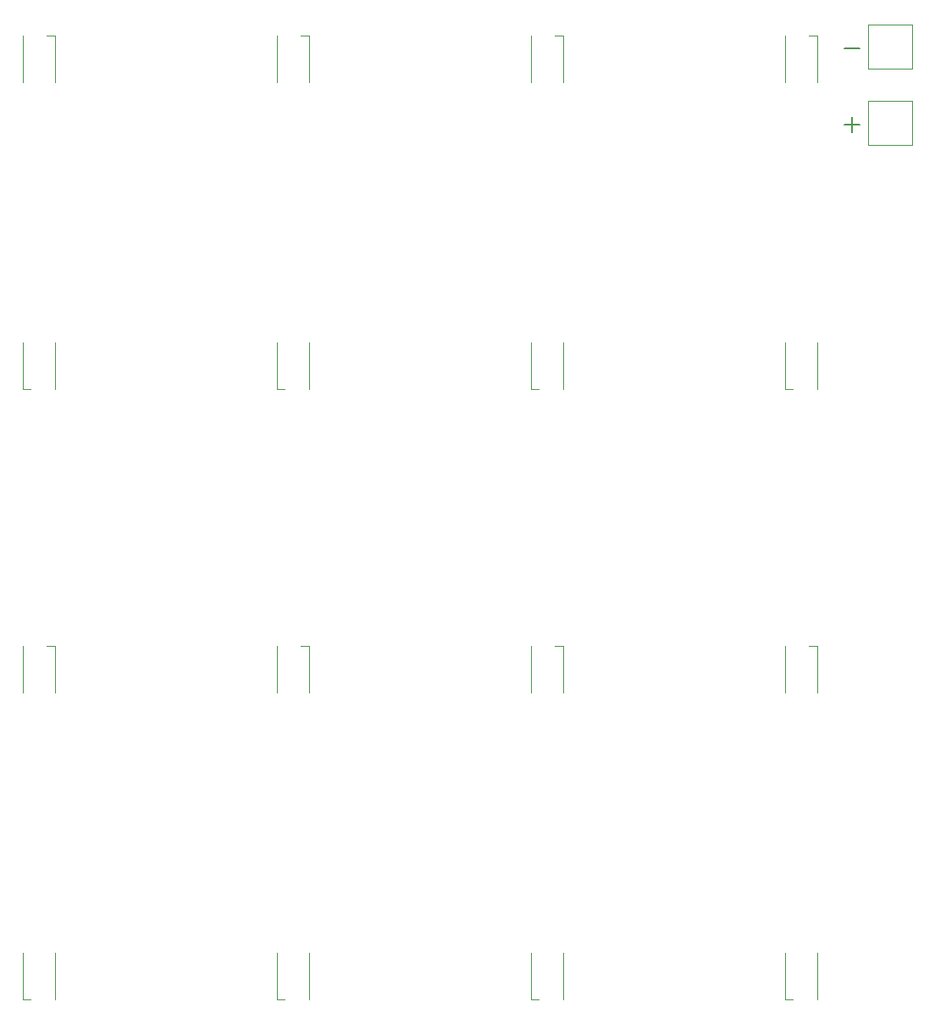
<source format=gbr>
%TF.GenerationSoftware,KiCad,Pcbnew,(5.1.6-0-10_14)*%
%TF.CreationDate,2020-08-23T12:03:37+01:00*%
%TF.ProjectId,UVLedPanel_100mm_100mm,55564c65-6450-4616-9e65-6c5f3130306d,A*%
%TF.SameCoordinates,Original*%
%TF.FileFunction,Legend,Top*%
%TF.FilePolarity,Positive*%
%FSLAX46Y46*%
G04 Gerber Fmt 4.6, Leading zero omitted, Abs format (unit mm)*
G04 Created by KiCad (PCBNEW (5.1.6-0-10_14)) date 2020-08-23 12:03:37*
%MOMM*%
%LPD*%
G01*
G04 APERTURE LIST*
%ADD10C,0.200000*%
%ADD11C,0.120000*%
G04 APERTURE END LIST*
D10*
X196088095Y-61102857D02*
X197611904Y-61102857D01*
X196850000Y-61864761D02*
X196850000Y-60340952D01*
X196088095Y-53482857D02*
X197611904Y-53482857D01*
D11*
%TO.C,D16*%
X113970000Y-148450000D02*
X114770000Y-148450000D01*
X113970000Y-143800000D02*
X113970000Y-148450000D01*
X117170000Y-143800000D02*
X117170000Y-148450000D01*
%TO.C,D15*%
X117170000Y-113170000D02*
X116370000Y-113170000D01*
X117170000Y-117820000D02*
X117170000Y-113170000D01*
X113970000Y-117820000D02*
X113970000Y-113170000D01*
%TO.C,D14*%
X113970000Y-87490000D02*
X114770000Y-87490000D01*
X113970000Y-82840000D02*
X113970000Y-87490000D01*
X117170000Y-82840000D02*
X117170000Y-87490000D01*
%TO.C,D13*%
X117170000Y-52210000D02*
X116370000Y-52210000D01*
X117170000Y-56860000D02*
X117170000Y-52210000D01*
X113970000Y-56860000D02*
X113970000Y-52210000D01*
%TO.C,D12*%
X139370000Y-148450000D02*
X140170000Y-148450000D01*
X139370000Y-143800000D02*
X139370000Y-148450000D01*
X142570000Y-143800000D02*
X142570000Y-148450000D01*
%TO.C,D11*%
X142570000Y-113170000D02*
X141770000Y-113170000D01*
X142570000Y-117820000D02*
X142570000Y-113170000D01*
X139370000Y-117820000D02*
X139370000Y-113170000D01*
%TO.C,D10*%
X139370000Y-87490000D02*
X140170000Y-87490000D01*
X139370000Y-82840000D02*
X139370000Y-87490000D01*
X142570000Y-82840000D02*
X142570000Y-87490000D01*
%TO.C,D9*%
X142570000Y-52210000D02*
X141770000Y-52210000D01*
X142570000Y-56860000D02*
X142570000Y-52210000D01*
X139370000Y-56860000D02*
X139370000Y-52210000D01*
%TO.C,D8*%
X164770000Y-148450000D02*
X165570000Y-148450000D01*
X164770000Y-143800000D02*
X164770000Y-148450000D01*
X167970000Y-143800000D02*
X167970000Y-148450000D01*
%TO.C,D7*%
X167970000Y-113170000D02*
X167170000Y-113170000D01*
X167970000Y-117820000D02*
X167970000Y-113170000D01*
X164770000Y-117820000D02*
X164770000Y-113170000D01*
%TO.C,D6*%
X164770000Y-87490000D02*
X165570000Y-87490000D01*
X164770000Y-82840000D02*
X164770000Y-87490000D01*
X167970000Y-82840000D02*
X167970000Y-87490000D01*
%TO.C,D5*%
X167970000Y-52210000D02*
X167170000Y-52210000D01*
X167970000Y-56860000D02*
X167970000Y-52210000D01*
X164770000Y-56860000D02*
X164770000Y-52210000D01*
%TO.C,J2*%
X198460000Y-51140000D02*
X202860000Y-51140000D01*
X202860000Y-51140000D02*
X202860000Y-55540000D01*
X202860000Y-55540000D02*
X198460000Y-55540000D01*
X198460000Y-55540000D02*
X198460000Y-51140000D01*
%TO.C,J1*%
X198460000Y-58760000D02*
X202860000Y-58760000D01*
X202860000Y-58760000D02*
X202860000Y-63160000D01*
X202860000Y-63160000D02*
X198460000Y-63160000D01*
X198460000Y-63160000D02*
X198460000Y-58760000D01*
%TO.C,D4*%
X193370000Y-143800000D02*
X193370000Y-148450000D01*
X190170000Y-143800000D02*
X190170000Y-148450000D01*
X190170000Y-148450000D02*
X190970000Y-148450000D01*
%TO.C,D3*%
X190170000Y-117820000D02*
X190170000Y-113170000D01*
X193370000Y-117820000D02*
X193370000Y-113170000D01*
X193370000Y-113170000D02*
X192570000Y-113170000D01*
%TO.C,D2*%
X193370000Y-82840000D02*
X193370000Y-87490000D01*
X190170000Y-82840000D02*
X190170000Y-87490000D01*
X190170000Y-87490000D02*
X190970000Y-87490000D01*
%TO.C,D1*%
X190170000Y-56860000D02*
X190170000Y-52210000D01*
X193370000Y-56860000D02*
X193370000Y-52210000D01*
X193370000Y-52210000D02*
X192570000Y-52210000D01*
%TD*%
M02*

</source>
